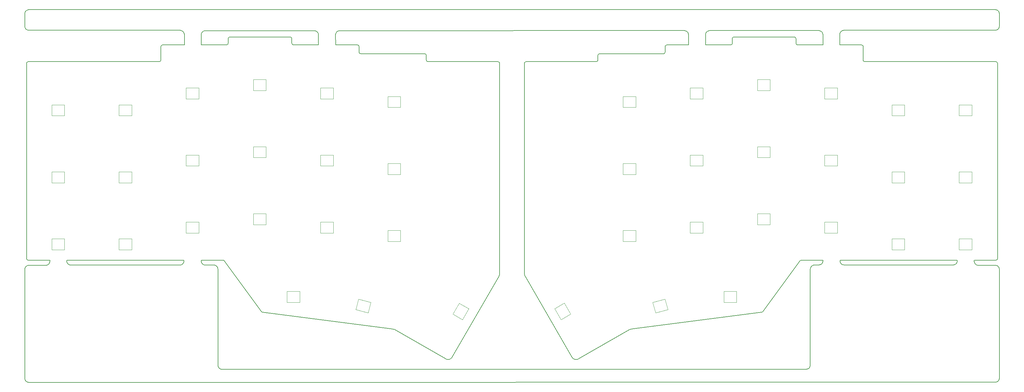
<source format=gbr>
G04 #@! TF.GenerationSoftware,KiCad,Pcbnew,5.1.5+dfsg1-2~bpo10+1*
G04 #@! TF.CreationDate,2020-11-03T09:18:59+00:00*
G04 #@! TF.ProjectId,corne-cherry,636f726e-652d-4636-9865-7272792e6b69,3.0.1*
G04 #@! TF.SameCoordinates,Original*
G04 #@! TF.FileFunction,Profile,NP*
%FSLAX46Y46*%
G04 Gerber Fmt 4.6, Leading zero omitted, Abs format (unit mm)*
G04 Created by KiCad (PCBNEW 5.1.5+dfsg1-2~bpo10+1) date 2020-11-03 09:18:59*
%MOMM*%
%LPD*%
G04 APERTURE LIST*
%ADD10C,0.200000*%
%ADD11C,0.120000*%
G04 APERTURE END LIST*
D10*
X115265500Y-102670000D02*
X115108185Y-102626571D01*
X115108185Y-102626571D02*
X114942674Y-102589456D01*
X114942674Y-102589456D02*
X114770355Y-102559848D01*
X114770355Y-102559848D02*
X114610944Y-102540460D01*
X67043905Y-83166629D02*
X66927650Y-83080028D01*
X66927650Y-83080028D02*
X66778939Y-83028001D01*
X66778939Y-83028001D02*
X66690339Y-83020073D01*
X77586929Y-97623789D02*
X77702026Y-97709641D01*
X77702026Y-97709641D02*
X77850395Y-97761928D01*
X77850395Y-97761928D02*
X77940494Y-97770087D01*
X144713209Y-87617717D02*
X144782720Y-87483620D01*
X144782720Y-87483620D02*
X144841371Y-87340269D01*
X144841371Y-87340269D02*
X144889300Y-87182143D01*
X144889300Y-87182143D02*
X144922523Y-87014359D01*
X144922523Y-87014359D02*
X144939310Y-86830234D01*
X144939310Y-86830234D02*
X144940300Y-86745228D01*
X105188823Y-24017707D02*
X105188823Y-22519109D01*
X123690165Y-24518087D02*
X105689203Y-24518087D01*
X144940300Y-27270174D02*
X144910524Y-27099930D01*
X144910524Y-27099930D02*
X144839485Y-26969167D01*
X144839485Y-26969167D02*
X144738717Y-26869077D01*
X144738717Y-26869077D02*
X144608315Y-26799228D01*
X144608315Y-26799228D02*
X144440417Y-26770301D01*
X144939784Y-27268904D02*
X144939784Y-86742945D01*
X55717500Y-83020309D02*
X22567500Y-83020309D01*
X11190372Y-27270174D02*
X11188596Y-82518930D01*
X48689119Y-26768525D02*
X11690499Y-26770301D01*
X85689263Y-19768292D02*
X68689060Y-19768292D01*
X86189642Y-21518350D02*
X86189642Y-20268671D01*
X104688444Y-22018729D02*
X98567500Y-22018729D01*
X115265500Y-102670000D02*
X129559583Y-110931084D01*
X124188005Y-25018466D02*
X124190287Y-26270179D01*
X124190287Y-25020242D02*
X124160572Y-24849934D01*
X124160572Y-24849934D02*
X124089558Y-24719109D01*
X124089558Y-24719109D02*
X123989246Y-24619303D01*
X123989246Y-24619303D02*
X123859180Y-24549360D01*
X123859180Y-24549360D02*
X123690423Y-24520121D01*
X49189499Y-22519109D02*
X49189499Y-26268145D01*
X67688301Y-22018729D02*
X60577500Y-22018729D01*
X68190456Y-20270194D02*
X68188680Y-21518350D01*
X144439405Y-26768525D02*
X124690408Y-26770301D01*
X11190372Y-82520200D02*
X11220358Y-82691029D01*
X11220358Y-82691029D02*
X11290790Y-82820683D01*
X11290790Y-82820683D02*
X11391009Y-82920590D01*
X11391009Y-82920590D02*
X11521083Y-82990687D01*
X11521083Y-82990687D02*
X11690494Y-83020073D01*
X11690494Y-83020073D02*
X11690499Y-83020073D01*
X11690499Y-26770301D02*
X11519649Y-26800200D01*
X11519649Y-26800200D02*
X11389810Y-26870679D01*
X11389810Y-26870679D02*
X11289552Y-26971337D01*
X11289552Y-26971337D02*
X11219579Y-27101494D01*
X11219579Y-27101494D02*
X11190372Y-27270169D01*
X11190372Y-27270169D02*
X11190372Y-27270174D01*
X48690389Y-26770301D02*
X48861233Y-26740393D01*
X48861233Y-26740393D02*
X48991071Y-26669912D01*
X48991071Y-26669912D02*
X49091328Y-26569255D01*
X49091328Y-26569255D02*
X49161266Y-26439185D01*
X49161266Y-26439185D02*
X49190511Y-26270427D01*
X49190511Y-26270427D02*
X49190511Y-26270179D01*
X49690384Y-22020252D02*
X49519602Y-22050218D01*
X49519602Y-22050218D02*
X49389829Y-22120720D01*
X49389829Y-22120720D02*
X49289121Y-22222049D01*
X49289121Y-22222049D02*
X49219182Y-22352942D01*
X49219182Y-22352942D02*
X49190511Y-22520126D01*
X67690335Y-22020252D02*
X67861179Y-21990344D01*
X67861179Y-21990344D02*
X67991016Y-21919863D01*
X67991016Y-21919863D02*
X68091273Y-21819206D01*
X68091273Y-21819206D02*
X68161211Y-21689136D01*
X68161211Y-21689136D02*
X68190456Y-21520379D01*
X68190456Y-21520379D02*
X68190456Y-21520126D01*
X68690330Y-19770068D02*
X68519493Y-19800054D01*
X68519493Y-19800054D02*
X68389690Y-19870598D01*
X68389690Y-19870598D02*
X68289485Y-19971306D01*
X68289485Y-19971306D02*
X68219448Y-20101859D01*
X68219448Y-20101859D02*
X68190456Y-20270189D01*
X68190456Y-20270189D02*
X68190456Y-20270194D01*
X86190406Y-20270194D02*
X86160695Y-20099883D01*
X86160695Y-20099883D02*
X86089680Y-19969055D01*
X86089680Y-19969055D02*
X85989363Y-19869247D01*
X85989363Y-19869247D02*
X85859292Y-19799305D01*
X85859292Y-19799305D02*
X85690533Y-19770068D01*
X85690533Y-19770068D02*
X85690533Y-19770068D01*
X86190406Y-21520126D02*
X86220305Y-21690969D01*
X86220305Y-21690969D02*
X86290672Y-21820657D01*
X86290672Y-21820657D02*
X86391443Y-21921065D01*
X86391443Y-21921065D02*
X86521962Y-21991167D01*
X86521962Y-21991167D02*
X86690280Y-22020252D01*
X86690280Y-22020252D02*
X86690528Y-22020252D01*
X105190351Y-22520126D02*
X105160572Y-22349882D01*
X105160572Y-22349882D02*
X105089535Y-22219121D01*
X105089535Y-22219121D02*
X104988771Y-22119032D01*
X104988771Y-22119032D02*
X104858372Y-22049181D01*
X104858372Y-22049181D02*
X104690478Y-22020252D01*
X105190351Y-24020247D02*
X105220337Y-24191075D01*
X105220337Y-24191075D02*
X105290767Y-24320728D01*
X105290767Y-24320728D02*
X105390986Y-24420636D01*
X105390986Y-24420636D02*
X105521060Y-24490733D01*
X105521060Y-24490733D02*
X105690473Y-24520121D01*
X131487700Y-110551612D02*
X144713724Y-87619245D01*
X131484604Y-110556226D02*
X131487700Y-110551612D01*
X129559583Y-110931084D02*
X129686001Y-111006974D01*
X129686001Y-111006974D02*
X129823578Y-111070605D01*
X129823578Y-111070605D02*
X129975791Y-111121055D01*
X129975791Y-111121055D02*
X130143927Y-111155039D01*
X130143927Y-111155039D02*
X130331764Y-111168044D01*
X130331764Y-111168044D02*
X130520736Y-111155376D01*
X130520736Y-111155376D02*
X130687905Y-111122176D01*
X130687905Y-111122176D02*
X130840309Y-111072565D01*
X130840309Y-111072565D02*
X130984248Y-111006660D01*
X130984248Y-111006660D02*
X131109483Y-110931691D01*
X131109483Y-110931691D02*
X131232865Y-110838170D01*
X131232865Y-110838170D02*
X131335829Y-110741032D01*
X131335829Y-110741032D02*
X131429274Y-110632656D01*
X131429274Y-110632656D02*
X131484604Y-110556226D01*
X77940494Y-97770087D02*
X114610944Y-102540460D01*
X67043905Y-83166629D02*
X77586929Y-97623789D01*
X124190287Y-26270179D02*
X124220191Y-26441021D01*
X124220191Y-26441021D02*
X124290560Y-26570709D01*
X124290560Y-26570709D02*
X124391333Y-26671116D01*
X124391333Y-26671116D02*
X124521852Y-26741217D01*
X124521852Y-26741217D02*
X124690170Y-26770301D01*
X124690170Y-26770301D02*
X124690408Y-26770301D01*
X86690528Y-22020252D02*
X93727500Y-22020252D01*
X49690384Y-22020252D02*
X55817500Y-22020252D01*
X11690499Y-83020073D02*
X17807500Y-83020309D01*
X66690339Y-83020073D02*
X60557500Y-83021073D01*
X230204661Y-83028073D02*
X236327500Y-83028073D01*
X285204501Y-83028073D02*
X279077500Y-83028073D01*
X247204616Y-22028252D02*
X241077500Y-22028252D01*
X210204472Y-22028252D02*
X203167500Y-22028252D01*
X172204830Y-26778301D02*
X172204592Y-26778301D01*
X172704713Y-26278179D02*
X172674801Y-26449021D01*
X172674801Y-26449021D02*
X172604318Y-26578859D01*
X172604318Y-26578859D02*
X172503661Y-26679116D01*
X172503661Y-26679116D02*
X172373589Y-26749055D01*
X172373589Y-26749055D02*
X172204830Y-26778301D01*
X229851095Y-83174629D02*
X219308071Y-97631789D01*
X219308071Y-97631789D02*
X219192965Y-97717641D01*
X219192965Y-97717641D02*
X219044784Y-97769894D01*
X219044784Y-97769894D02*
X218954506Y-97778087D01*
X218954506Y-97778087D02*
X182284056Y-102548460D01*
X167335417Y-110939084D02*
X167209477Y-111014716D01*
X167209477Y-111014716D02*
X167071414Y-111078605D01*
X167071414Y-111078605D02*
X166918687Y-111129193D01*
X166918687Y-111129193D02*
X166751847Y-111162931D01*
X166751847Y-111162931D02*
X166564793Y-111176041D01*
X166564793Y-111176041D02*
X166376832Y-111163724D01*
X166376832Y-111163724D02*
X166209099Y-111130703D01*
X166209099Y-111130703D02*
X166054682Y-111080565D01*
X166054682Y-111080565D02*
X165916310Y-111017589D01*
X165916310Y-111017589D02*
X165789237Y-110942193D01*
X165789237Y-110942193D02*
X165673574Y-110855802D01*
X165673574Y-110855802D02*
X165567822Y-110758006D01*
X165567822Y-110758006D02*
X165472698Y-110649573D01*
X165472698Y-110649573D02*
X165410396Y-110564226D01*
X165410396Y-110564226D02*
X165407300Y-110559612D01*
X165407300Y-110559612D02*
X152181276Y-87627245D01*
X191704649Y-24028247D02*
X191674721Y-24198895D01*
X191674721Y-24198895D02*
X191604110Y-24328878D01*
X191604110Y-24328878D02*
X191503104Y-24429310D01*
X191503104Y-24429310D02*
X191371769Y-24499504D01*
X191371769Y-24499504D02*
X191204527Y-24528121D01*
X191704649Y-22528126D02*
X191734614Y-22357344D01*
X191734614Y-22357344D02*
X191805116Y-22227571D01*
X191805116Y-22227571D02*
X191906445Y-22126863D01*
X191906445Y-22126863D02*
X192037338Y-22056924D01*
X192037338Y-22056924D02*
X192204522Y-22028252D01*
X210204720Y-22028252D02*
X210204472Y-22028252D01*
X210704594Y-21528126D02*
X210674687Y-21698969D01*
X210674687Y-21698969D02*
X210604206Y-21828807D01*
X210604206Y-21828807D02*
X210503550Y-21929065D01*
X210503550Y-21929065D02*
X210373479Y-21999005D01*
X210373479Y-21999005D02*
X210204720Y-22028252D01*
X211204467Y-19778068D02*
X211204467Y-19778068D01*
X210704594Y-20278194D02*
X210734493Y-20107344D01*
X210734493Y-20107344D02*
X210804972Y-19977505D01*
X210804972Y-19977505D02*
X210905630Y-19877247D01*
X210905630Y-19877247D02*
X211035789Y-19807274D01*
X211035789Y-19807274D02*
X211204467Y-19778068D01*
X228704544Y-20278189D02*
X228704544Y-20278194D01*
X228204670Y-19778068D02*
X228375499Y-19808054D01*
X228375499Y-19808054D02*
X228505153Y-19878485D01*
X228505153Y-19878485D02*
X228605060Y-19978704D01*
X228605060Y-19978704D02*
X228675157Y-20108779D01*
X228675157Y-20108779D02*
X228704544Y-20278189D01*
X228704544Y-21528379D02*
X228704544Y-21528126D01*
X229204665Y-22028252D02*
X229034352Y-21998539D01*
X229034352Y-21998539D02*
X228903526Y-21927524D01*
X228903526Y-21927524D02*
X228803383Y-21826754D01*
X228803383Y-21826754D02*
X228733491Y-21696326D01*
X228733491Y-21696326D02*
X228704544Y-21528379D01*
X247204616Y-22028252D02*
X247375389Y-22058218D01*
X247375389Y-22058218D02*
X247505013Y-22128607D01*
X247505013Y-22128607D02*
X247604916Y-22228772D01*
X247604916Y-22228772D02*
X247675424Y-22359862D01*
X247675424Y-22359862D02*
X247704489Y-22528126D01*
X247704489Y-26278427D02*
X247704489Y-26278179D01*
X248204611Y-26778301D02*
X248034298Y-26748588D01*
X248034298Y-26748588D02*
X247903472Y-26677573D01*
X247903472Y-26677573D02*
X247803329Y-26576803D01*
X247803329Y-26576803D02*
X247733437Y-26446375D01*
X247733437Y-26446375D02*
X247704489Y-26278427D01*
X285704628Y-27278169D02*
X285704628Y-27278174D01*
X285204501Y-26778301D02*
X285375344Y-26808200D01*
X285375344Y-26808200D02*
X285505032Y-26878566D01*
X285505032Y-26878566D02*
X285605440Y-26979337D01*
X285605440Y-26979337D02*
X285675543Y-27109854D01*
X285675543Y-27109854D02*
X285704628Y-27278169D01*
X285204506Y-83028073D02*
X285204501Y-83028073D01*
X285704628Y-82528200D02*
X285674700Y-82698849D01*
X285674700Y-82698849D02*
X285604088Y-82828833D01*
X285604088Y-82828833D02*
X285503082Y-82929264D01*
X285503082Y-82929264D02*
X285371746Y-82999458D01*
X285371746Y-82999458D02*
X285204506Y-83028073D01*
X229851095Y-83174629D02*
X229965496Y-83089029D01*
X229965496Y-83089029D02*
X230113416Y-83036484D01*
X230113416Y-83036484D02*
X230204661Y-83028073D01*
X152455595Y-26776525D02*
X172204592Y-26778301D01*
X228706320Y-20276671D02*
X228706320Y-21526350D01*
X229206699Y-22026729D02*
X236317500Y-22026729D01*
X247705501Y-22527109D02*
X247705501Y-26276145D01*
X172704713Y-25028242D02*
X172734614Y-24857395D01*
X172734614Y-24857395D02*
X172805092Y-24727559D01*
X172805092Y-24727559D02*
X172905746Y-24627303D01*
X172905746Y-24627303D02*
X173035901Y-24557329D01*
X173035901Y-24557329D02*
X173204577Y-24528121D01*
X172706995Y-25026466D02*
X172704713Y-26278179D01*
X181629500Y-102678000D02*
X167335417Y-110939084D01*
X192206556Y-22026729D02*
X198327500Y-22026729D01*
X210705358Y-21526350D02*
X210705358Y-20276671D01*
X211205737Y-19776292D02*
X228205940Y-19776292D01*
X248205881Y-26776525D02*
X285204501Y-26778301D01*
X285704628Y-27278174D02*
X285706404Y-82526930D01*
X241177500Y-83027309D02*
X274327500Y-83027309D01*
X151955216Y-27276904D02*
X151955216Y-86750945D01*
X151954700Y-27278174D02*
X151984662Y-27107392D01*
X151984662Y-27107392D02*
X152055166Y-26977617D01*
X152055166Y-26977617D02*
X152156499Y-26876908D01*
X152156499Y-26876908D02*
X152287397Y-26806971D01*
X152287397Y-26806971D02*
X152454583Y-26778301D01*
X173204835Y-24526087D02*
X191205797Y-24526087D01*
X191706177Y-24025707D02*
X191706177Y-22527109D01*
X152181791Y-87625717D02*
X152113022Y-87493238D01*
X152113022Y-87493238D02*
X152054220Y-87349944D01*
X152054220Y-87349944D02*
X152006998Y-87195312D01*
X152006998Y-87195312D02*
X151973380Y-87028519D01*
X151973380Y-87028519D02*
X151955978Y-86845823D01*
X151955978Y-86845823D02*
X151954700Y-86753228D01*
X181629500Y-102678000D02*
X181786810Y-102634571D01*
X181786810Y-102634571D02*
X181952322Y-102597456D01*
X181952322Y-102597456D02*
X182124639Y-102567848D01*
X182124639Y-102567848D02*
X182284056Y-102548460D01*
X22562500Y-83253000D02*
X22586000Y-83476000D01*
X22562500Y-83247000D02*
X22562500Y-83253000D01*
X22567500Y-83020309D02*
X22562500Y-83247000D01*
X17788600Y-83488000D02*
X17787700Y-83493000D01*
X17789600Y-83484000D02*
X17788600Y-83488000D01*
X17789600Y-83483000D02*
X17789600Y-83484000D01*
X17789600Y-83483000D02*
X17789600Y-83483000D01*
X17789600Y-83483000D02*
X17789600Y-83483000D01*
X17812300Y-83252000D02*
X17789600Y-83483000D01*
X17812300Y-83252000D02*
X17812300Y-83252000D01*
X17812500Y-83250000D02*
X17812300Y-83252000D01*
X17807500Y-83020309D02*
X17812500Y-83250000D01*
X10687500Y-85625000D02*
X10687500Y-116497000D01*
X286194500Y-85608000D02*
X286195500Y-116486000D01*
X65820700Y-113745000D02*
X66016600Y-113849000D01*
X197983500Y-18306600D02*
X197811500Y-18166300D01*
X197811500Y-18166300D02*
X197615500Y-18062100D01*
X285864500Y-117290000D02*
X286004500Y-117118000D01*
X280302500Y-84476000D02*
X280071500Y-84453000D01*
X60562500Y-19125000D02*
X60577500Y-22018729D01*
X60584400Y-18901600D02*
X60562500Y-19125000D01*
X60648600Y-18689100D02*
X60584400Y-18901600D01*
X60752800Y-18493200D02*
X60648600Y-18689100D01*
X60893000Y-18321200D02*
X60752800Y-18493200D01*
X61064100Y-18179700D02*
X60893000Y-18321200D01*
X61259300Y-18074100D02*
X61064100Y-18179700D01*
X61471300Y-18008500D02*
X61259300Y-18074100D01*
X61694400Y-17985000D02*
X61471300Y-18008500D01*
X61700200Y-17985000D02*
X61694400Y-17985000D01*
X92572600Y-17985000D02*
X61700200Y-17985000D01*
X92795900Y-18006900D02*
X92572600Y-17985000D01*
X93008400Y-18071100D02*
X92795900Y-18006900D01*
X93204300Y-18175300D02*
X93008400Y-18071100D01*
X93376300Y-18315600D02*
X93204300Y-18175300D01*
X93517800Y-18486600D02*
X93376300Y-18315600D01*
X93623400Y-18681800D02*
X93517800Y-18486600D01*
X93689000Y-18893800D02*
X93623400Y-18681800D01*
X93712500Y-19116900D02*
X93689000Y-18893800D01*
X93712500Y-19122700D02*
X93712500Y-19116900D01*
X93727500Y-22020252D02*
X93712500Y-19122700D01*
X203170500Y-19116000D02*
X203167500Y-22028252D01*
X203191500Y-18892600D02*
X203170500Y-19116000D01*
X203256500Y-18680100D02*
X203191500Y-18892600D01*
X203360500Y-18484200D02*
X203256500Y-18680100D01*
X203500500Y-18312200D02*
X203360500Y-18484200D01*
X203671500Y-18170700D02*
X203500500Y-18312200D01*
X203866500Y-18065100D02*
X203671500Y-18170700D01*
X204078500Y-17999500D02*
X203866500Y-18065100D01*
X204301500Y-17976000D02*
X204078500Y-17999500D01*
X204307500Y-17976000D02*
X204301500Y-17976000D01*
X235180500Y-17976000D02*
X204307500Y-17976000D01*
X235403500Y-17997900D02*
X235180500Y-17976000D01*
X235615500Y-18062100D02*
X235403500Y-17997900D01*
X235811500Y-18166300D02*
X235615500Y-18062100D01*
X235983500Y-18306600D02*
X235811500Y-18166300D01*
X236125500Y-18477600D02*
X235983500Y-18306600D01*
X236230500Y-18672800D02*
X236125500Y-18477600D01*
X236296500Y-18884800D02*
X236230500Y-18672800D01*
X236319500Y-19107900D02*
X236296500Y-18884800D01*
X236319500Y-19113700D02*
X236319500Y-19107900D01*
X236317500Y-22026729D02*
X236319500Y-19113700D01*
X55712500Y-83245000D02*
X55717500Y-83020309D01*
X55690600Y-83468000D02*
X55712500Y-83245000D01*
X55626400Y-83681000D02*
X55690600Y-83468000D01*
X55522200Y-83877000D02*
X55626400Y-83681000D01*
X55382000Y-84049000D02*
X55522200Y-83877000D01*
X55210900Y-84190000D02*
X55382000Y-84049000D01*
X55015700Y-84296000D02*
X55210900Y-84190000D01*
X54803700Y-84362000D02*
X55015700Y-84296000D01*
X54580600Y-84385000D02*
X54803700Y-84362000D01*
X54574800Y-84385000D02*
X54580600Y-84385000D01*
X23702400Y-84385000D02*
X54574800Y-84385000D01*
X23479100Y-84363000D02*
X23702400Y-84385000D01*
X23266600Y-84299000D02*
X23479100Y-84363000D01*
X23070700Y-84195000D02*
X23266600Y-84299000D01*
X22898600Y-84054000D02*
X23070700Y-84195000D01*
X22757200Y-83883000D02*
X22898600Y-84054000D01*
X22651600Y-83688000D02*
X22757200Y-83883000D01*
X22586000Y-83476000D02*
X22651600Y-83688000D01*
X274319500Y-83236000D02*
X274327500Y-83027309D01*
X274298500Y-83459000D02*
X274319500Y-83236000D01*
X274233500Y-83672000D02*
X274298500Y-83459000D01*
X274129500Y-83868000D02*
X274233500Y-83672000D01*
X273989500Y-84040000D02*
X274129500Y-83868000D01*
X273818500Y-84181000D02*
X273989500Y-84040000D01*
X273623500Y-84287000D02*
X273818500Y-84181000D01*
X273411500Y-84353000D02*
X273623500Y-84287000D01*
X273188500Y-84376000D02*
X273411500Y-84353000D01*
X273182500Y-84376000D02*
X273188500Y-84376000D01*
X242309500Y-84376000D02*
X273182500Y-84376000D01*
X242086500Y-84354000D02*
X242309500Y-84376000D01*
X241874500Y-84290000D02*
X242086500Y-84354000D01*
X241678500Y-84186000D02*
X241874500Y-84290000D01*
X241506500Y-84045000D02*
X241678500Y-84186000D01*
X241364500Y-83874000D02*
X241506500Y-84045000D01*
X241259500Y-83679000D02*
X241364500Y-83874000D01*
X241193500Y-83467000D02*
X241259500Y-83679000D01*
X241170500Y-83244000D02*
X241193500Y-83467000D01*
X241170500Y-83238000D02*
X241170500Y-83244000D01*
X241177500Y-83027309D02*
X241170500Y-83238000D01*
X98562500Y-19125000D02*
X98567500Y-22018729D01*
X98584500Y-18901600D02*
X98562500Y-19125000D01*
X98648500Y-18689100D02*
X98584500Y-18901600D01*
X98752500Y-18493200D02*
X98648500Y-18689100D01*
X98893500Y-18321200D02*
X98752500Y-18493200D01*
X99064500Y-18179700D02*
X98893500Y-18321200D01*
X99259500Y-18074100D02*
X99064500Y-18179700D01*
X99471500Y-18008500D02*
X99259500Y-18074100D01*
X99694500Y-17985000D02*
X99471500Y-18008500D01*
X99700500Y-17985000D02*
X99694500Y-17985000D01*
X197180500Y-17976000D02*
X99700500Y-17985000D01*
X197403500Y-17997900D02*
X197180500Y-17976000D01*
X197615500Y-18062100D02*
X197403500Y-17997900D01*
X198125500Y-18477600D02*
X197983500Y-18306600D01*
X198230500Y-18672800D02*
X198125500Y-18477600D01*
X198296500Y-18884800D02*
X198230500Y-18672800D01*
X198319500Y-19107900D02*
X198296500Y-18884800D01*
X198319500Y-19113700D02*
X198319500Y-19107900D01*
X198327500Y-22026729D02*
X198319500Y-19113700D01*
X236320500Y-83236000D02*
X236327500Y-83028073D01*
X236298500Y-83459000D02*
X236320500Y-83236000D01*
X236233500Y-83672000D02*
X236298500Y-83459000D01*
X236129500Y-83868000D02*
X236233500Y-83672000D01*
X235989500Y-84040000D02*
X236129500Y-83868000D01*
X235818500Y-84181000D02*
X235989500Y-84040000D01*
X235623500Y-84287000D02*
X235818500Y-84181000D01*
X235411500Y-84353000D02*
X235623500Y-84287000D01*
X235188500Y-84376000D02*
X235411500Y-84353000D01*
X235182500Y-84376000D02*
X235188500Y-84376000D01*
X233992500Y-84376000D02*
X235182500Y-84376000D01*
X233992500Y-84376000D02*
X233992500Y-84376000D01*
X233986500Y-84376000D02*
X233992500Y-84376000D01*
X233984500Y-84376000D02*
X233986500Y-84376000D01*
X233982500Y-84376000D02*
X233984500Y-84376000D01*
X233981500Y-84376000D02*
X233982500Y-84376000D01*
X233750500Y-84401000D02*
X233981500Y-84376000D01*
X233746500Y-84401000D02*
X233750500Y-84401000D01*
X233742500Y-84402000D02*
X233746500Y-84401000D01*
X233741500Y-84403000D02*
X233742500Y-84402000D01*
X233741500Y-84403000D02*
X233741500Y-84403000D01*
X233520500Y-84471000D02*
X233741500Y-84403000D01*
X233515500Y-84473000D02*
X233520500Y-84471000D01*
X233511500Y-84474000D02*
X233515500Y-84473000D01*
X233511500Y-84475000D02*
X233511500Y-84474000D01*
X233511500Y-84475000D02*
X233511500Y-84475000D01*
X233511500Y-84475000D02*
X233511500Y-84475000D01*
X233307500Y-84585000D02*
X233511500Y-84475000D01*
X233303500Y-84588000D02*
X233307500Y-84585000D01*
X233299500Y-84590000D02*
X233303500Y-84588000D01*
X233299500Y-84591000D02*
X233299500Y-84590000D01*
X233120500Y-84738000D02*
X233299500Y-84591000D01*
X233117500Y-84741000D02*
X233120500Y-84738000D01*
X233114500Y-84745000D02*
X233117500Y-84741000D01*
X233113500Y-84745000D02*
X233114500Y-84745000D01*
X232967500Y-84925000D02*
X233113500Y-84745000D01*
X232964500Y-84929000D02*
X232967500Y-84925000D01*
X232962500Y-84932000D02*
X232964500Y-84929000D01*
X232961500Y-84933000D02*
X232962500Y-84932000D01*
X232961500Y-84933000D02*
X232961500Y-84933000D01*
X232961500Y-84933000D02*
X232961500Y-84933000D01*
X232852500Y-85138000D02*
X232961500Y-84933000D01*
X232851500Y-85142000D02*
X232852500Y-85138000D01*
X232849500Y-85146000D02*
X232851500Y-85142000D01*
X232849500Y-85147000D02*
X232849500Y-85146000D01*
X232782500Y-85368000D02*
X232849500Y-85147000D01*
X232781500Y-85373000D02*
X232782500Y-85368000D01*
X232780500Y-85377000D02*
X232781500Y-85373000D01*
X232780500Y-85378000D02*
X232780500Y-85377000D01*
X232780500Y-85378000D02*
X232780500Y-85378000D01*
X232780500Y-85378000D02*
X232780500Y-85378000D01*
X232757500Y-85609000D02*
X232780500Y-85378000D01*
X232757500Y-85609000D02*
X232757500Y-85609000D01*
X232757500Y-85611000D02*
X232757500Y-85609000D01*
X232757500Y-112786000D02*
X232757500Y-85611000D01*
X232735500Y-113009000D02*
X232757500Y-112786000D01*
X232671500Y-113222000D02*
X232735500Y-113009000D01*
X232567500Y-113418000D02*
X232671500Y-113222000D01*
X232426500Y-113590000D02*
X232567500Y-113418000D01*
X232255500Y-113731000D02*
X232426500Y-113590000D01*
X232060500Y-113837000D02*
X232255500Y-113731000D01*
X231848500Y-113903000D02*
X232060500Y-113837000D01*
X231625500Y-113926000D02*
X231848500Y-113903000D01*
X231619500Y-113926000D02*
X231625500Y-113926000D01*
X66454500Y-113934000D02*
X231619500Y-113926000D01*
X66229100Y-113913000D02*
X66452400Y-113935000D01*
X66016600Y-113849000D02*
X66229100Y-113913000D01*
X65648600Y-113604000D02*
X65820700Y-113745000D01*
X65507200Y-113433000D02*
X65648600Y-113604000D01*
X65401600Y-113238000D02*
X65507200Y-113433000D01*
X65336000Y-113026000D02*
X65401600Y-113238000D01*
X65312500Y-112803000D02*
X65336000Y-113026000D01*
X65312500Y-112797000D02*
X65312500Y-112803000D01*
X65312500Y-85620000D02*
X65312500Y-112797000D01*
X65312500Y-85620000D02*
X65312500Y-85620000D01*
X65312500Y-85614000D02*
X65312500Y-85620000D01*
X65312200Y-85612000D02*
X65312500Y-85614000D01*
X65312300Y-85610000D02*
X65312200Y-85612000D01*
X65312200Y-85609000D02*
X65312300Y-85610000D01*
X65288000Y-85379000D02*
X65312200Y-85609000D01*
X65287100Y-85374000D02*
X65288000Y-85379000D01*
X65286200Y-85370000D02*
X65287100Y-85374000D01*
X65286000Y-85369000D02*
X65286200Y-85370000D01*
X65217500Y-85148000D02*
X65286000Y-85369000D01*
X65215700Y-85143000D02*
X65217500Y-85148000D01*
X65214000Y-85139000D02*
X65215700Y-85143000D01*
X65213700Y-85139000D02*
X65214000Y-85139000D01*
X65213700Y-85139000D02*
X65213700Y-85139000D01*
X65213700Y-85139000D02*
X65213700Y-85139000D01*
X65103500Y-84935000D02*
X65213700Y-85139000D01*
X65100900Y-84931000D02*
X65103500Y-84935000D01*
X65098400Y-84927000D02*
X65100900Y-84931000D01*
X65098000Y-84927000D02*
X65098400Y-84927000D01*
X64950300Y-84748000D02*
X65098000Y-84927000D01*
X64947000Y-84745000D02*
X64950300Y-84748000D01*
X64943900Y-84742000D02*
X64947000Y-84745000D01*
X64943400Y-84741000D02*
X64943900Y-84742000D01*
X64763800Y-84595000D02*
X64943400Y-84741000D01*
X64759999Y-84592000D02*
X64763800Y-84595000D01*
X64756199Y-84590000D02*
X64759999Y-84592000D01*
X64755600Y-84589000D02*
X64756199Y-84590000D01*
X64755600Y-84589000D02*
X64755600Y-84589000D01*
X64755600Y-84589000D02*
X64755600Y-84589000D01*
X64551000Y-84480000D02*
X64755600Y-84589000D01*
X64546800Y-84479000D02*
X64551000Y-84480000D01*
X64542599Y-84477000D02*
X64546800Y-84479000D01*
X64542000Y-84477000D02*
X64542599Y-84477000D01*
X64320100Y-84410000D02*
X64542000Y-84477000D01*
X64315600Y-84409000D02*
X64320100Y-84410000D01*
X64311200Y-84408000D02*
X64315600Y-84409000D01*
X64310500Y-84408000D02*
X64311200Y-84408000D01*
X64310500Y-84408000D02*
X64310500Y-84408000D01*
X64310500Y-84408000D02*
X64310500Y-84408000D01*
X64079900Y-84385000D02*
X64310500Y-84408000D01*
X64079900Y-84385000D02*
X64079900Y-84385000D01*
X64077400Y-84385000D02*
X64079900Y-84385000D01*
X61702400Y-84385000D02*
X64077400Y-84385000D01*
X61479100Y-84363000D02*
X61702400Y-84385000D01*
X61266600Y-84299000D02*
X61479100Y-84363000D01*
X61070700Y-84195000D02*
X61266600Y-84299000D01*
X60898600Y-84054000D02*
X61070700Y-84195000D01*
X60757200Y-83883000D02*
X60898600Y-84054000D01*
X60651600Y-83688000D02*
X60757200Y-83883000D01*
X60586000Y-83476000D02*
X60651600Y-83688000D01*
X60562500Y-83253000D02*
X60586000Y-83476000D01*
X60562500Y-83247000D02*
X60562500Y-83253000D01*
X60557500Y-83021073D02*
X60562500Y-83247000D01*
X55812500Y-19120100D02*
X55817500Y-22020252D01*
X55812500Y-19120000D02*
X55812500Y-19120100D01*
X55812500Y-19114100D02*
X55812500Y-19120000D01*
X55812200Y-19111900D02*
X55812500Y-19114100D01*
X55812300Y-19109700D02*
X55812200Y-19111900D01*
X55812200Y-19109000D02*
X55812300Y-19109700D01*
X55788000Y-18878500D02*
X55812200Y-19109000D01*
X55787100Y-18874100D02*
X55788000Y-18878500D01*
X55786200Y-18869600D02*
X55787100Y-18874100D01*
X55786000Y-18869000D02*
X55786200Y-18869600D01*
X55717500Y-18647600D02*
X55786000Y-18869000D01*
X55715700Y-18643400D02*
X55717500Y-18647600D01*
X55714000Y-18639200D02*
X55715700Y-18643400D01*
X55713700Y-18638600D02*
X55714000Y-18639200D01*
X55713700Y-18638600D02*
X55713700Y-18638600D01*
X55713700Y-18638600D02*
X55713700Y-18638600D01*
X55603500Y-18434700D02*
X55713700Y-18638600D01*
X55600900Y-18430900D02*
X55603500Y-18434700D01*
X55598400Y-18427100D02*
X55600900Y-18430900D01*
X55598000Y-18426600D02*
X55598400Y-18427100D01*
X55450300Y-18248000D02*
X55598000Y-18426600D01*
X55447000Y-18244800D02*
X55450300Y-18248000D01*
X55443900Y-18241600D02*
X55447000Y-18244800D01*
X55443400Y-18241200D02*
X55443900Y-18241600D01*
X55263800Y-18094700D02*
X55443400Y-18241200D01*
X55260000Y-18092200D02*
X55263800Y-18094700D01*
X55256200Y-18089600D02*
X55260000Y-18092200D01*
X55255600Y-18089300D02*
X55256200Y-18089600D01*
X55255600Y-18089300D02*
X55255600Y-18089300D01*
X55255600Y-18089300D02*
X55255600Y-18089300D01*
X55051000Y-17980500D02*
X55255600Y-18089300D01*
X55046800Y-17978700D02*
X55051000Y-17980500D01*
X55042600Y-17977000D02*
X55046800Y-17978700D01*
X55042000Y-17976800D02*
X55042600Y-17977000D01*
X54820100Y-17909800D02*
X55042000Y-17976800D01*
X54815600Y-17908900D02*
X54820100Y-17909800D01*
X54811200Y-17907900D02*
X54815600Y-17908900D01*
X54810500Y-17907900D02*
X54811200Y-17907900D01*
X54810500Y-17907900D02*
X54810500Y-17907900D01*
X54810500Y-17907900D02*
X54810500Y-17907900D01*
X54579900Y-17885300D02*
X54810500Y-17907900D01*
X54579900Y-17885300D02*
X54579900Y-17885300D01*
X54577400Y-17885000D02*
X54579900Y-17885300D01*
X11827400Y-17885000D02*
X54577400Y-17885000D01*
X11604100Y-17863100D02*
X11827400Y-17885000D01*
X11391600Y-17799000D02*
X11604100Y-17863100D01*
X11195700Y-17694800D02*
X11391600Y-17799000D01*
X11023600Y-17554500D02*
X11195700Y-17694800D01*
X10882200Y-17383500D02*
X11023600Y-17554500D01*
X10776600Y-17188200D02*
X10882200Y-17383500D01*
X10711000Y-16976200D02*
X10776600Y-17188200D01*
X10687500Y-16753100D02*
X10711000Y-16976200D01*
X10687500Y-16747300D02*
X10687500Y-16753100D01*
X10687500Y-13187500D02*
X10687500Y-16747300D01*
X10709400Y-12964100D02*
X10687500Y-13187500D01*
X10773600Y-12751600D02*
X10709400Y-12964100D01*
X10877800Y-12555700D02*
X10773600Y-12751600D01*
X11018000Y-12383700D02*
X10877800Y-12555700D01*
X11189100Y-12242200D02*
X11018000Y-12383700D01*
X11384300Y-12136600D02*
X11189100Y-12242200D01*
X11596300Y-12071000D02*
X11384300Y-12136600D01*
X11819400Y-12047500D02*
X11596300Y-12071000D01*
X11825200Y-12047500D02*
X11819400Y-12047500D01*
X285055500Y-12038500D02*
X11825200Y-12047500D01*
X285278500Y-12060400D02*
X285055500Y-12038500D01*
X285490500Y-12124600D02*
X285278500Y-12060400D01*
X285686500Y-12228800D02*
X285490500Y-12124600D01*
X285858500Y-12369100D02*
X285686500Y-12228800D01*
X286000500Y-12540100D02*
X285858500Y-12369100D01*
X286105500Y-12735300D02*
X286000500Y-12540100D01*
X286171500Y-12947300D02*
X286105500Y-12735300D01*
X286194500Y-13170400D02*
X286171500Y-12947300D01*
X286194500Y-13176200D02*
X286194500Y-13170400D01*
X286195500Y-16736100D02*
X286194500Y-13176200D01*
X286173500Y-16959400D02*
X286195500Y-16736100D01*
X286108500Y-17171900D02*
X286173500Y-16959400D01*
X286004500Y-17367900D02*
X286108500Y-17171900D01*
X285864500Y-17539900D02*
X286004500Y-17367900D01*
X285693500Y-17681400D02*
X285864500Y-17539900D01*
X285498500Y-17786900D02*
X285693500Y-17681400D01*
X285286500Y-17852600D02*
X285498500Y-17786900D01*
X285063500Y-17876000D02*
X285286500Y-17852600D01*
X285057500Y-17876000D02*
X285063500Y-17876000D01*
X242305500Y-17876000D02*
X285057500Y-17876000D01*
X242304500Y-17876000D02*
X242305500Y-17876000D01*
X242299500Y-17876000D02*
X242304500Y-17876000D01*
X242296500Y-17876300D02*
X242299500Y-17876000D01*
X242294500Y-17876300D02*
X242296500Y-17876300D01*
X242293500Y-17876300D02*
X242294500Y-17876300D01*
X242063500Y-17900500D02*
X242293500Y-17876300D01*
X242059500Y-17901500D02*
X242063500Y-17900500D01*
X242054500Y-17902300D02*
X242059500Y-17901500D01*
X242053500Y-17902500D02*
X242054500Y-17902300D01*
X242053500Y-17902500D02*
X242053500Y-17902500D01*
X241832500Y-17971000D02*
X242053500Y-17902500D01*
X241828500Y-17972800D02*
X241832500Y-17971000D01*
X241824500Y-17974500D02*
X241828500Y-17972800D01*
X241823500Y-17974800D02*
X241824500Y-17974500D01*
X241823500Y-17974800D02*
X241823500Y-17974800D01*
X241823500Y-17974800D02*
X241823500Y-17974800D01*
X241619500Y-18085100D02*
X241823500Y-17974800D01*
X241615500Y-18087600D02*
X241619500Y-18085100D01*
X241612500Y-18090100D02*
X241615500Y-18087600D01*
X241611500Y-18090500D02*
X241612500Y-18090100D01*
X241433500Y-18238200D02*
X241611500Y-18090500D01*
X241429500Y-18241500D02*
X241433500Y-18238200D01*
X241426500Y-18244600D02*
X241429500Y-18241500D01*
X241426500Y-18245200D02*
X241426500Y-18244600D01*
X241279500Y-18424800D02*
X241426500Y-18245200D01*
X241277500Y-18428500D02*
X241279500Y-18424800D01*
X241274500Y-18432300D02*
X241277500Y-18428500D01*
X241274500Y-18432900D02*
X241274500Y-18432300D01*
X241274500Y-18432900D02*
X241274500Y-18432900D01*
X241274500Y-18432900D02*
X241274500Y-18432900D01*
X241165500Y-18637500D02*
X241274500Y-18432900D01*
X241163500Y-18641700D02*
X241165500Y-18637500D01*
X241161500Y-18645900D02*
X241163500Y-18641700D01*
X241161500Y-18646500D02*
X241161500Y-18645900D01*
X241094500Y-18868400D02*
X241161500Y-18646500D01*
X241093500Y-18872900D02*
X241094500Y-18868400D01*
X241092500Y-18877300D02*
X241093500Y-18872900D01*
X241092500Y-18878000D02*
X241092500Y-18877300D01*
X241092500Y-18878000D02*
X241092500Y-18878000D01*
X241092500Y-18878000D02*
X241092500Y-18878000D01*
X241070500Y-19108600D02*
X241092500Y-18878000D01*
X241069500Y-19111100D02*
X241070500Y-19108600D01*
X241077500Y-22028252D02*
X241069500Y-19111100D01*
X279069500Y-83241000D02*
X279077500Y-83028073D01*
X279070500Y-83241000D02*
X279069500Y-83241000D01*
X279070500Y-83247000D02*
X279070500Y-83241000D01*
X279070500Y-83249000D02*
X279070500Y-83247000D01*
X279070500Y-83251000D02*
X279070500Y-83249000D01*
X279070500Y-83252000D02*
X279070500Y-83251000D01*
X279094500Y-83483000D02*
X279070500Y-83252000D01*
X279095500Y-83487000D02*
X279094500Y-83483000D01*
X279096500Y-83491000D02*
X279095500Y-83487000D01*
X279096500Y-83492000D02*
X279096500Y-83491000D01*
X279165500Y-83713000D02*
X279096500Y-83492000D01*
X279166500Y-83718000D02*
X279165500Y-83713000D01*
X279168500Y-83722000D02*
X279166500Y-83718000D01*
X279168500Y-83722000D02*
X279168500Y-83722000D01*
X279168500Y-83722000D02*
X279168500Y-83722000D01*
X279168500Y-83722000D02*
X279168500Y-83722000D01*
X279279500Y-83926000D02*
X279168500Y-83722000D01*
X279281500Y-83930000D02*
X279279500Y-83926000D01*
X279284500Y-83934000D02*
X279281500Y-83930000D01*
X279284500Y-83934000D02*
X279284500Y-83934000D01*
X279432500Y-84113000D02*
X279284500Y-83934000D01*
X279435500Y-84116000D02*
X279432500Y-84113000D01*
X279438500Y-84119000D02*
X279435500Y-84116000D01*
X279439500Y-84120000D02*
X279438500Y-84119000D01*
X279439500Y-84120000D02*
X279439500Y-84120000D01*
X279439500Y-84120000D02*
X279439500Y-84120000D01*
X279618500Y-84266000D02*
X279439500Y-84120000D01*
X279622500Y-84269000D02*
X279618500Y-84266000D01*
X279626500Y-84271000D02*
X279622500Y-84269000D01*
X279626500Y-84272000D02*
X279626500Y-84271000D01*
X279626500Y-84272000D02*
X279626500Y-84272000D01*
X279831500Y-84381000D02*
X279626500Y-84272000D01*
X279835500Y-84382000D02*
X279831500Y-84381000D01*
X279839500Y-84384000D02*
X279835500Y-84382000D01*
X279840500Y-84384000D02*
X279839500Y-84384000D01*
X280062500Y-84451000D02*
X279840500Y-84384000D01*
X280066500Y-84452000D02*
X280062500Y-84451000D01*
X280071500Y-84453000D02*
X280066500Y-84452000D01*
X280071500Y-84453000D02*
X280071500Y-84453000D01*
X280071500Y-84453000D02*
X280071500Y-84453000D01*
X280071500Y-84453000D02*
X280071500Y-84453000D01*
X280302500Y-84476000D02*
X280302500Y-84476000D01*
X280305500Y-84476000D02*
X280302500Y-84476000D01*
X285055500Y-84476000D02*
X280305500Y-84476000D01*
X285278500Y-84498000D02*
X285055500Y-84476000D01*
X285490500Y-84562000D02*
X285278500Y-84498000D01*
X285686500Y-84666000D02*
X285490500Y-84562000D01*
X285858500Y-84807000D02*
X285686500Y-84666000D01*
X286000500Y-84978000D02*
X285858500Y-84807000D01*
X286105500Y-85173000D02*
X286000500Y-84978000D01*
X286171500Y-85385000D02*
X286105500Y-85173000D01*
X286194500Y-85608000D02*
X286171500Y-85385000D01*
X286173500Y-116709000D02*
X286195500Y-116486000D01*
X286108500Y-116922000D02*
X286173500Y-116709000D01*
X286004500Y-117118000D02*
X286108500Y-116922000D01*
X285693500Y-117431000D02*
X285864500Y-117290000D01*
X285498500Y-117537000D02*
X285693500Y-117431000D01*
X285286500Y-117603000D02*
X285498500Y-117537000D01*
X285063500Y-117626000D02*
X285286500Y-117603000D01*
X285057500Y-117626000D02*
X285063500Y-117626000D01*
X11827400Y-117635000D02*
X285057500Y-117626000D01*
X11604100Y-117613000D02*
X11827400Y-117635000D01*
X11391600Y-117549000D02*
X11604100Y-117613000D01*
X11195700Y-117445000D02*
X11391600Y-117549000D01*
X11023600Y-117304000D02*
X11195700Y-117445000D01*
X10882200Y-117133000D02*
X11023600Y-117304000D01*
X10776600Y-116938000D02*
X10882200Y-117133000D01*
X10711000Y-116726000D02*
X10776600Y-116938000D01*
X10687500Y-116503000D02*
X10711000Y-116726000D01*
X10687500Y-116497000D02*
X10687500Y-116503000D01*
X10709400Y-85402000D02*
X10687500Y-85625000D01*
X10773600Y-85189000D02*
X10709400Y-85402000D01*
X10877800Y-84993000D02*
X10773600Y-85189000D01*
X11018000Y-84821000D02*
X10877800Y-84993000D01*
X11189100Y-84680000D02*
X11018000Y-84821000D01*
X11384300Y-84574000D02*
X11189100Y-84680000D01*
X11596300Y-84508000D02*
X11384300Y-84574000D01*
X11819400Y-84485000D02*
X11596300Y-84508000D01*
X11825200Y-84485000D02*
X11819400Y-84485000D01*
X16577400Y-84485000D02*
X11825200Y-84485000D01*
X16577500Y-84485000D02*
X16577400Y-84485000D01*
X16583500Y-84485000D02*
X16577500Y-84485000D01*
X16585600Y-84485000D02*
X16583500Y-84485000D01*
X16587800Y-84485000D02*
X16585600Y-84485000D01*
X16588500Y-84485000D02*
X16587800Y-84485000D01*
X16819000Y-84460000D02*
X16588500Y-84485000D01*
X16823500Y-84460000D02*
X16819000Y-84460000D01*
X16827900Y-84459000D02*
X16823500Y-84460000D01*
X16828600Y-84459000D02*
X16827900Y-84459000D01*
X17050000Y-84390000D02*
X16828600Y-84459000D01*
X17054200Y-84388000D02*
X17050000Y-84390000D01*
X17058300Y-84387000D02*
X17054200Y-84388000D01*
X17059000Y-84386000D02*
X17058300Y-84387000D01*
X17059000Y-84386000D02*
X17059000Y-84386000D01*
X17059000Y-84386000D02*
X17059000Y-84386000D01*
X17262800Y-84276000D02*
X17059000Y-84386000D01*
X17266600Y-84273000D02*
X17262800Y-84276000D01*
X17270400Y-84271000D02*
X17266600Y-84273000D01*
X17270900Y-84271000D02*
X17270400Y-84271000D01*
X17449500Y-84123000D02*
X17270900Y-84271000D01*
X17452700Y-84120000D02*
X17449500Y-84123000D01*
X17455900Y-84116000D02*
X17452700Y-84120000D01*
X17456400Y-84116000D02*
X17455900Y-84116000D01*
X17456400Y-84116000D02*
X17456400Y-84116000D01*
X17456400Y-84116000D02*
X17456400Y-84116000D01*
X17602800Y-83936000D02*
X17456400Y-84116000D01*
X17605400Y-83932000D02*
X17602800Y-83936000D01*
X17607900Y-83929000D02*
X17605400Y-83932000D01*
X17608200Y-83928000D02*
X17607900Y-83929000D01*
X17717000Y-83724000D02*
X17608200Y-83928000D01*
X17718800Y-83719000D02*
X17717000Y-83724000D01*
X17720600Y-83715000D02*
X17718800Y-83719000D01*
X17720800Y-83714000D02*
X17720600Y-83715000D01*
X17787700Y-83493000D02*
X17720800Y-83714000D01*
D11*
X107715607Y-97956207D02*
X104238274Y-97024459D01*
X108517946Y-94961837D02*
X107715607Y-97956207D01*
X105040613Y-94030089D02*
X108517946Y-94961837D01*
X104238274Y-97024459D02*
X105040613Y-94030089D01*
X21907500Y-42080000D02*
X18307500Y-42080000D01*
X21907500Y-38980000D02*
X21907500Y-42080000D01*
X18307500Y-38980000D02*
X21907500Y-38980000D01*
X18307500Y-42080000D02*
X18307500Y-38980000D01*
X40907500Y-42080000D02*
X37307500Y-42080000D01*
X40907500Y-38980000D02*
X40907500Y-42080000D01*
X37307500Y-38980000D02*
X40907500Y-38980000D01*
X37307500Y-42080000D02*
X37307500Y-38980000D01*
X59907500Y-37330000D02*
X56307500Y-37330000D01*
X59907500Y-34230000D02*
X59907500Y-37330000D01*
X56307500Y-34230000D02*
X59907500Y-34230000D01*
X56307500Y-37330000D02*
X56307500Y-34230000D01*
X78907500Y-34955000D02*
X75307500Y-34955000D01*
X78907500Y-31855000D02*
X78907500Y-34955000D01*
X75307500Y-31855000D02*
X78907500Y-31855000D01*
X75307500Y-34955000D02*
X75307500Y-31855000D01*
X97907500Y-37330000D02*
X94307500Y-37330000D01*
X97907500Y-34230000D02*
X97907500Y-37330000D01*
X94307500Y-34230000D02*
X97907500Y-34230000D01*
X94307500Y-37330000D02*
X94307500Y-34230000D01*
X116907500Y-39705000D02*
X113307500Y-39705000D01*
X116907500Y-36605000D02*
X116907500Y-39705000D01*
X113307500Y-36605000D02*
X116907500Y-36605000D01*
X113307500Y-39705000D02*
X113307500Y-36605000D01*
X21907500Y-61080000D02*
X18307500Y-61080000D01*
X21907500Y-57980000D02*
X21907500Y-61080000D01*
X18307500Y-57980000D02*
X21907500Y-57980000D01*
X18307500Y-61080000D02*
X18307500Y-57980000D01*
X40907500Y-61080000D02*
X37307500Y-61080000D01*
X40907500Y-57980000D02*
X40907500Y-61080000D01*
X37307500Y-57980000D02*
X40907500Y-57980000D01*
X37307500Y-61080000D02*
X37307500Y-57980000D01*
X59907500Y-56330000D02*
X56307500Y-56330000D01*
X59907500Y-53230000D02*
X59907500Y-56330000D01*
X56307500Y-53230000D02*
X59907500Y-53230000D01*
X56307500Y-56330000D02*
X56307500Y-53230000D01*
X78907500Y-53955000D02*
X75307500Y-53955000D01*
X78907500Y-50855000D02*
X78907500Y-53955000D01*
X75307500Y-50855000D02*
X78907500Y-50855000D01*
X75307500Y-53955000D02*
X75307500Y-50855000D01*
X97907500Y-56330000D02*
X94307500Y-56330000D01*
X97907500Y-53230000D02*
X97907500Y-56330000D01*
X94307500Y-53230000D02*
X97907500Y-53230000D01*
X94307500Y-56330000D02*
X94307500Y-53230000D01*
X116907500Y-58705000D02*
X113307500Y-58705000D01*
X116907500Y-55605000D02*
X116907500Y-58705000D01*
X113307500Y-55605000D02*
X116907500Y-55605000D01*
X113307500Y-58705000D02*
X113307500Y-55605000D01*
X21907500Y-80080000D02*
X18307500Y-80080000D01*
X21907500Y-76980000D02*
X21907500Y-80080000D01*
X18307500Y-76980000D02*
X21907500Y-76980000D01*
X18307500Y-80080000D02*
X18307500Y-76980000D01*
X40907500Y-80080000D02*
X37307500Y-80080000D01*
X40907500Y-76980000D02*
X40907500Y-80080000D01*
X37307500Y-76980000D02*
X40907500Y-76980000D01*
X37307500Y-80080000D02*
X37307500Y-76980000D01*
X59907500Y-75330000D02*
X56307500Y-75330000D01*
X59907500Y-72230000D02*
X59907500Y-75330000D01*
X56307500Y-72230000D02*
X59907500Y-72230000D01*
X56307500Y-75330000D02*
X56307500Y-72230000D01*
X78907500Y-72955000D02*
X75307500Y-72955000D01*
X78907500Y-69855000D02*
X78907500Y-72955000D01*
X75307500Y-69855000D02*
X78907500Y-69855000D01*
X75307500Y-72955000D02*
X75307500Y-69855000D01*
X116907500Y-77705000D02*
X113307500Y-77705000D01*
X116907500Y-74605000D02*
X116907500Y-77705000D01*
X113307500Y-74605000D02*
X116907500Y-74605000D01*
X113307500Y-77705000D02*
X113307500Y-74605000D01*
X88407500Y-94955000D02*
X84807500Y-94955000D01*
X88407500Y-91855000D02*
X88407500Y-94955000D01*
X84807500Y-91855000D02*
X88407500Y-91855000D01*
X84807500Y-94955000D02*
X84807500Y-91855000D01*
X136213460Y-96746154D02*
X134413460Y-99863846D01*
X133528782Y-95196154D02*
X136213460Y-96746154D01*
X131728782Y-98313846D02*
X133528782Y-95196154D01*
X134413460Y-99863846D02*
X131728782Y-98313846D01*
X221407500Y-53955000D02*
X217807500Y-53955000D01*
X221407500Y-50855000D02*
X221407500Y-53955000D01*
X217807500Y-50855000D02*
X221407500Y-50855000D01*
X217807500Y-53955000D02*
X217807500Y-50855000D01*
X202407500Y-56330000D02*
X198807500Y-56330000D01*
X202407500Y-53230000D02*
X202407500Y-56330000D01*
X198807500Y-53230000D02*
X202407500Y-53230000D01*
X198807500Y-56330000D02*
X198807500Y-53230000D01*
X183407500Y-58705000D02*
X179807500Y-58705000D01*
X183407500Y-55605000D02*
X183407500Y-58705000D01*
X179807500Y-55605000D02*
X183407500Y-55605000D01*
X179807500Y-58705000D02*
X179807500Y-55605000D01*
X278407500Y-80080000D02*
X274807500Y-80080000D01*
X278407500Y-76980000D02*
X278407500Y-80080000D01*
X274807500Y-76980000D02*
X278407500Y-76980000D01*
X274807500Y-80080000D02*
X274807500Y-76980000D01*
X259407500Y-80080000D02*
X255807500Y-80080000D01*
X259407500Y-76980000D02*
X259407500Y-80080000D01*
X255807500Y-76980000D02*
X259407500Y-76980000D01*
X255807500Y-80080000D02*
X255807500Y-76980000D01*
X240407500Y-75330000D02*
X236807500Y-75330000D01*
X240407500Y-72230000D02*
X240407500Y-75330000D01*
X236807500Y-72230000D02*
X240407500Y-72230000D01*
X236807500Y-75330000D02*
X236807500Y-72230000D01*
X221407500Y-72955000D02*
X217807500Y-72955000D01*
X221407500Y-69855000D02*
X221407500Y-72955000D01*
X217807500Y-69855000D02*
X221407500Y-69855000D01*
X217807500Y-72955000D02*
X217807500Y-69855000D01*
X202407500Y-75330000D02*
X198807500Y-75330000D01*
X202407500Y-72230000D02*
X202407500Y-75330000D01*
X198807500Y-72230000D02*
X202407500Y-72230000D01*
X198807500Y-75330000D02*
X198807500Y-72230000D01*
X183407500Y-77705000D02*
X179807500Y-77705000D01*
X183407500Y-74605000D02*
X183407500Y-77705000D01*
X179807500Y-74605000D02*
X183407500Y-74605000D01*
X179807500Y-77705000D02*
X179807500Y-74605000D01*
X211907500Y-94955000D02*
X208307500Y-94955000D01*
X211907500Y-91855000D02*
X211907500Y-94955000D01*
X208307500Y-91855000D02*
X211907500Y-91855000D01*
X208307500Y-94955000D02*
X208307500Y-91855000D01*
X192483726Y-97019459D02*
X189006393Y-97951207D01*
X191681387Y-94025089D02*
X192483726Y-97019459D01*
X188204054Y-94956837D02*
X191681387Y-94025089D01*
X189006393Y-97951207D02*
X188204054Y-94956837D01*
X162308540Y-99858846D02*
X160508540Y-96741154D01*
X164993218Y-98308846D02*
X162308540Y-99858846D01*
X163193218Y-95191154D02*
X164993218Y-98308846D01*
X160508540Y-96741154D02*
X163193218Y-95191154D01*
X97907500Y-75330000D02*
X94307500Y-75330000D01*
X97907500Y-72230000D02*
X97907500Y-75330000D01*
X94307500Y-72230000D02*
X97907500Y-72230000D01*
X94307500Y-75330000D02*
X94307500Y-72230000D01*
X278407500Y-42080000D02*
X274807500Y-42080000D01*
X278407500Y-38980000D02*
X278407500Y-42080000D01*
X274807500Y-38980000D02*
X278407500Y-38980000D01*
X274807500Y-42080000D02*
X274807500Y-38980000D01*
X259407500Y-42080000D02*
X255807500Y-42080000D01*
X259407500Y-38980000D02*
X259407500Y-42080000D01*
X255807500Y-38980000D02*
X259407500Y-38980000D01*
X255807500Y-42080000D02*
X255807500Y-38980000D01*
X240407500Y-37330000D02*
X236807500Y-37330000D01*
X240407500Y-34230000D02*
X240407500Y-37330000D01*
X236807500Y-34230000D02*
X240407500Y-34230000D01*
X236807500Y-37330000D02*
X236807500Y-34230000D01*
X221407500Y-34955000D02*
X217807500Y-34955000D01*
X221407500Y-31855000D02*
X221407500Y-34955000D01*
X217807500Y-31855000D02*
X221407500Y-31855000D01*
X217807500Y-34955000D02*
X217807500Y-31855000D01*
X202407500Y-37330000D02*
X198807500Y-37330000D01*
X202407500Y-34230000D02*
X202407500Y-37330000D01*
X198807500Y-34230000D02*
X202407500Y-34230000D01*
X198807500Y-37330000D02*
X198807500Y-34230000D01*
X183407500Y-39705000D02*
X179807500Y-39705000D01*
X183407500Y-36605000D02*
X183407500Y-39705000D01*
X179807500Y-36605000D02*
X183407500Y-36605000D01*
X179807500Y-39705000D02*
X179807500Y-36605000D01*
X278407500Y-61080000D02*
X274807500Y-61080000D01*
X278407500Y-57980000D02*
X278407500Y-61080000D01*
X274807500Y-57980000D02*
X278407500Y-57980000D01*
X274807500Y-61080000D02*
X274807500Y-57980000D01*
X259407500Y-61080000D02*
X255807500Y-61080000D01*
X259407500Y-57980000D02*
X259407500Y-61080000D01*
X255807500Y-57980000D02*
X259407500Y-57980000D01*
X255807500Y-61080000D02*
X255807500Y-57980000D01*
X240407500Y-56330000D02*
X236807500Y-56330000D01*
X240407500Y-53230000D02*
X240407500Y-56330000D01*
X236807500Y-53230000D02*
X240407500Y-53230000D01*
X236807500Y-56330000D02*
X236807500Y-53230000D01*
M02*

</source>
